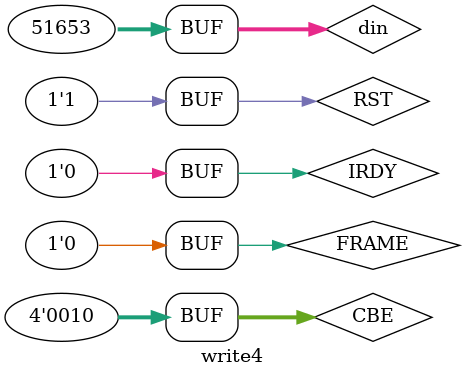
<source format=v>
`timescale 1ns / 1ps


module write4;

	//inout
	wire [31:0] AD;
	assign AD = (IRDY == 1 || cbuffer != 4'b0010 ) ? din:32'bz;


	// Inputs
	reg [3:0] CBE;
	reg FRAME;
	wire TRDY;
	reg IRDY;
	wire DEVSEL;
	reg RST;
	wire CLK;
	reg [31:0] din;	//for write in AD
	
	//SAVE THE COMMAND
	reg [3:0] cbuffer;
	always@(negedge IRDY)
		begin
			cbuffer = CBE;
		end	
		

	// Instantiate the Unit Under Test (UUT)
	PCI_Slave uut (
		.AD(AD),
		.CBE(CBE), 
		.FRAME(FRAME),
		.TRDY(TRDY), 
		.IRDY(IRDY),
		.DEVSEL(DEVSEL),
		.CLK(CLK), 
		.RST(RST)
		/*
		.test(test),
		.i(i)
		*/
	);

	initial begin
		//WRITE
		RST = 1;
		#50
		RST = 0;
		#50
		RST = 1;
		CBE = 0;
		FRAME = 1;
		IRDY = 1'b1;
		din = 51656;
		#100
		CBE = 4'b0011;
		FRAME = 0;
		IRDY = 1'b1;
		din = 51655;
		#100
		IRDY = 1'b0;
		#100
		din = 32'b10011001100110011001100110011001;
		CBE = 4'b1101;
		#500
		FRAME = 1;
		//READ
		#150
		CBE = 4'b0010;
		FRAME = 0;
		IRDY = 1'b1;
		din = 51653;
		#100
		CBE = 4'b0010;
		FRAME = 0;
		IRDY = 1'b1;
		din = 51653;
		#100
		IRDY = 1'b0;
		#600
		FRAME = 0;

	end
	
	

endmodule


</source>
